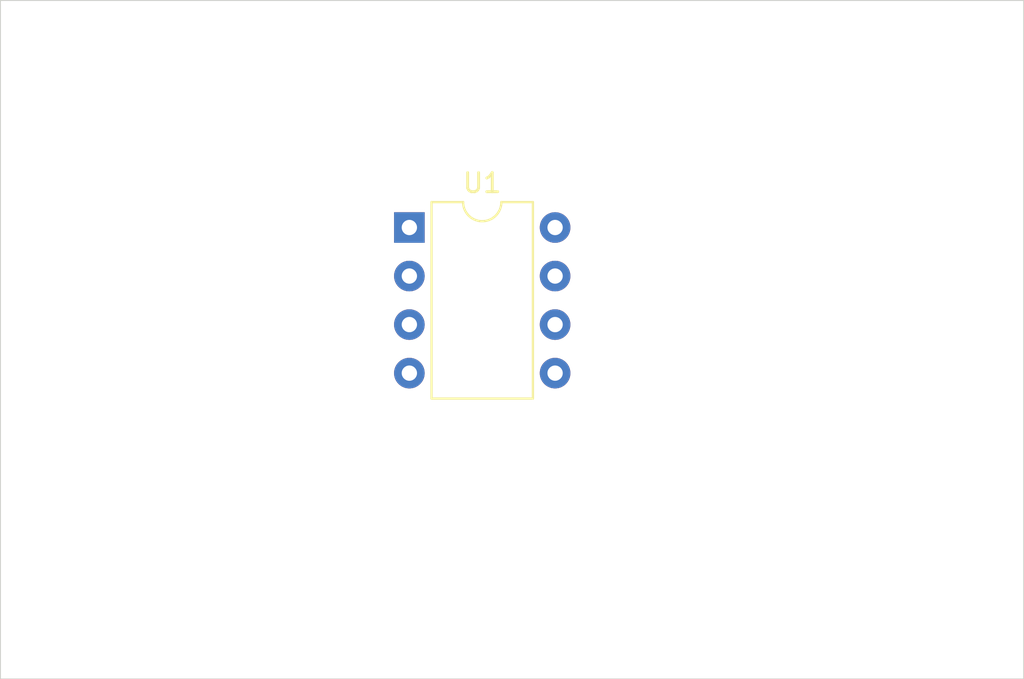
<source format=kicad_pcb>
(kicad_pcb (version 20240108) (generator "pcbnew") (generator_version "8.0")
  (layers (0 "F.Cu" signal) (31 "B.Cu" signal) (34 "B.Paste" user) (35 "F.Paste" user) (36 "B.SilkS" user "B.Silkscreen") (37 "F.SilkS" user "F.Silkscreen") (38 "B.Mask" user) (39 "F.Mask" user) (44 "Edge.Cuts" user))
  (net 0 "")
  (footprint "Package_DIP:DIP-8_W7.62mm" (layer "F.Cu") (at 153.88 72.38)
    (property "Reference" "U1" (at 3.81 -2.33 0) (layer "F.SilkS"))
    (property "Value" "NE555P")
    (fp_line (start 1.16 -1.33) (end 1.16 8.95) (stroke (width 0.12)) (layer "F.SilkS"))
    (fp_line (start 1.16 8.95) (end 6.46 8.95) (stroke (width 0.12)) (layer "F.SilkS"))
    (fp_line (start 2.81 -1.33) (end 1.16 -1.33) (stroke (width 0.12)) (layer "F.SilkS"))
    (fp_line (start 6.46 -1.33) (end 4.81 -1.33) (stroke (width 0.12)) (layer "F.SilkS"))
    (fp_line (start 6.46 8.95) (end 6.46 -1.33) (stroke (width 0.12)) (layer "F.SilkS"))
    (fp_arc (start 4.81 -1.33) (mid 3.81 -0.33) (end 2.81 -1.33) (stroke (width 0.12)) (layer "F.SilkS"))
    (pad "1" thru_hole rect (at 0 0) (size 1.6 1.6) (drill 0.8) (layers "*.Cu" "*.Mask"))
    (pad "2" thru_hole oval (at 0 2.54) (size 1.6 1.6) (drill 0.8) (layers "*.Cu" "*.Mask"))
    (pad "3" thru_hole oval (at 0 5.08) (size 1.6 1.6) (drill 0.8) (layers "*.Cu" "*.Mask"))
    (pad "4" thru_hole oval (at 0 7.62) (size 1.6 1.6) (drill 0.8) (layers "*.Cu" "*.Mask"))
    (pad "5" thru_hole oval (at 7.62 7.62) (size 1.6 1.6) (drill 0.8) (layers "*.Cu" "*.Mask"))
    (pad "6" thru_hole oval (at 7.62 5.08) (size 1.6 1.6) (drill 0.8) (layers "*.Cu" "*.Mask"))
    (pad "7" thru_hole oval (at 7.62 2.54) (size 1.6 1.6) (drill 0.8) (layers "*.Cu" "*.Mask"))
    (pad "8" thru_hole oval (at 7.62 0) (size 1.6 1.6) (drill 0.8) (layers "*.Cu" "*.Mask"))
  )
  (gr_line (start 132.5 60.5) (end 186 60.5) (stroke (width 0.05)) (layer "Edge.Cuts"))
  (gr_line (start 132.5 96) (end 132.5 60.5) (stroke (width 0.05)) (layer "Edge.Cuts"))
  (gr_line (start 186 96) (end 132.5 96) (stroke (width 0.05)) (layer "Edge.Cuts"))
  (gr_line (start 186 60.5) (end 186 96) (stroke (width 0.05)) (layer "Edge.Cuts"))
)
</source>
